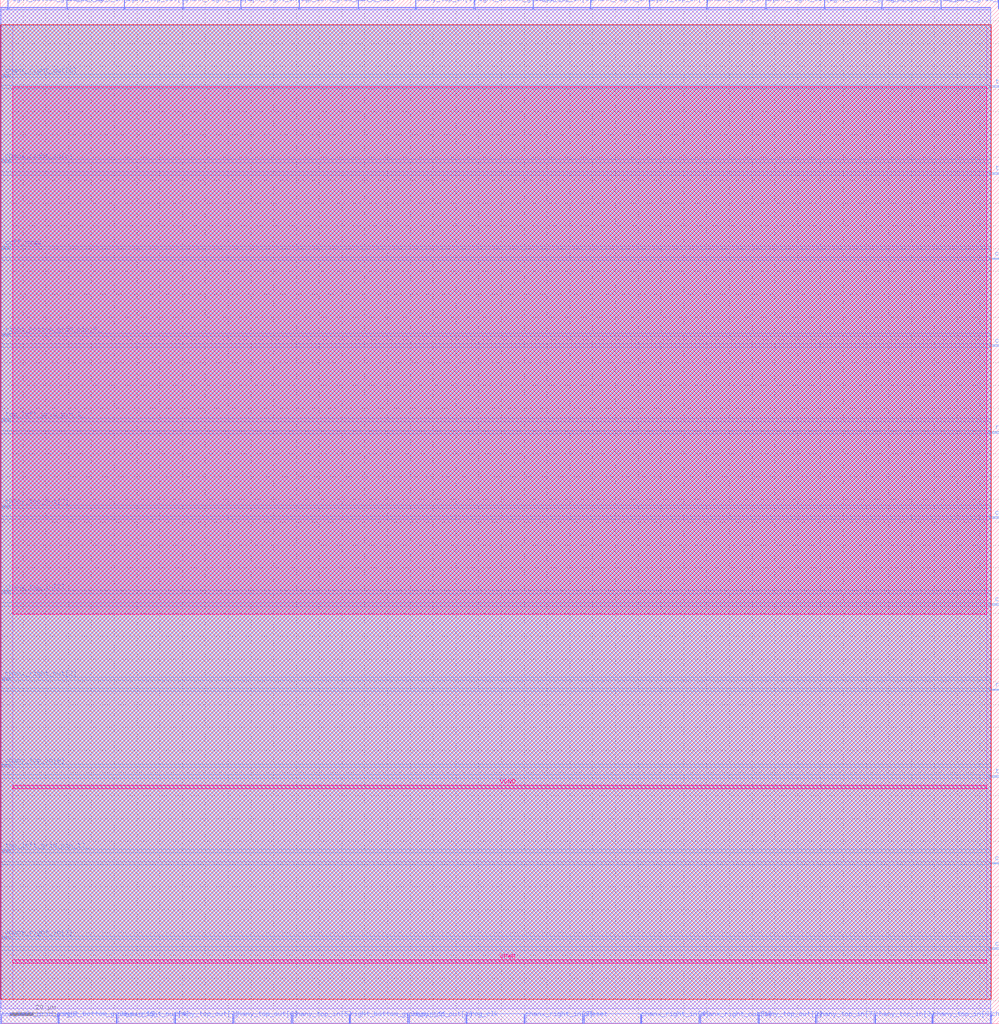
<source format=lef>
VERSION 5.7 ;
  NAMESCASESENSITIVE ON ;
  NOWIREEXTENSIONATPIN ON ;
  DIVIDERCHAR "/" ;
  BUSBITCHARS "[]" ;
UNITS
  DATABASE MICRONS 200 ;
END UNITS

MACRO sb_0__0_
  CLASS BLOCK ;
  FOREIGN sb_0__0_ ;
  ORIGIN 0.000 0.000 ;
  SIZE 438.445 BY 449.165 ;
  PIN ccff_head
    DIRECTION INPUT ;
    PORT
      LAYER met3 ;
        RECT 0.000 340.040 4.000 340.640 ;
    END
  END ccff_head
  PIN ccff_tail
    DIRECTION OUTPUT TRISTATE ;
    PORT
      LAYER met2 ;
        RECT 156.950 445.165 157.230 449.165 ;
    END
  END ccff_tail
  PIN chanx_right_in[0]
    DIRECTION INPUT ;
    PORT
      LAYER met2 ;
        RECT 105.430 445.165 105.710 449.165 ;
    END
  END chanx_right_in[0]
  PIN chanx_right_in[1]
    DIRECTION INPUT ;
    PORT
      LAYER met2 ;
        RECT 29.070 445.165 29.350 449.165 ;
    END
  END chanx_right_in[1]
  PIN chanx_right_in[2]
    DIRECTION INPUT ;
    PORT
      LAYER met2 ;
        RECT 310.130 445.165 310.410 449.165 ;
    END
  END chanx_right_in[2]
  PIN chanx_right_in[3]
    DIRECTION INPUT ;
    PORT
      LAYER met2 ;
        RECT 230.090 0.000 230.370 4.000 ;
    END
  END chanx_right_in[3]
  PIN chanx_right_in[4]
    DIRECTION INPUT ;
    PORT
      LAYER met2 ;
        RECT 281.150 0.000 281.430 4.000 ;
    END
  END chanx_right_in[4]
  PIN chanx_right_in[5]
    DIRECTION INPUT ;
    PORT
      LAYER met2 ;
        RECT 259.070 445.165 259.350 449.165 ;
    END
  END chanx_right_in[5]
  PIN chanx_right_in[6]
    DIRECTION INPUT ;
    PORT
      LAYER met3 ;
        RECT 0.000 378.120 4.000 378.720 ;
    END
  END chanx_right_in[6]
  PIN chanx_right_in[7]
    DIRECTION INPUT ;
    PORT
      LAYER met3 ;
        RECT 0.000 37.440 4.000 38.040 ;
    END
  END chanx_right_in[7]
  PIN chanx_right_in[8]
    DIRECTION INPUT ;
    PORT
      LAYER met3 ;
        RECT 434.445 183.640 438.445 184.240 ;
    END
  END chanx_right_in[8]
  PIN chanx_right_out[0]
    DIRECTION OUTPUT TRISTATE ;
    PORT
      LAYER met2 ;
        RECT 80.130 445.165 80.410 449.165 ;
    END
  END chanx_right_out[0]
  PIN chanx_right_out[1]
    DIRECTION OUTPUT TRISTATE ;
    PORT
      LAYER met2 ;
        RECT 306.910 0.000 307.190 4.000 ;
    END
  END chanx_right_out[1]
  PIN chanx_right_out[2]
    DIRECTION OUTPUT TRISTATE ;
    PORT
      LAYER met3 ;
        RECT 0.000 151.000 4.000 151.600 ;
    END
  END chanx_right_out[2]
  PIN chanx_right_out[3]
    DIRECTION OUTPUT TRISTATE ;
    PORT
      LAYER met2 ;
        RECT 335.890 445.165 336.170 449.165 ;
    END
  END chanx_right_out[3]
  PIN chanx_right_out[4]
    DIRECTION OUTPUT TRISTATE ;
    PORT
      LAYER met2 ;
        RECT 51.150 0.000 51.430 4.000 ;
    END
  END chanx_right_out[4]
  PIN chanx_right_out[5]
    DIRECTION OUTPUT TRISTATE ;
    PORT
      LAYER met2 ;
        RECT 434.790 0.000 435.070 4.000 ;
    END
  END chanx_right_out[5]
  PIN chanx_right_out[6]
    DIRECTION OUTPUT TRISTATE ;
    PORT
      LAYER met3 ;
        RECT 0.000 415.520 4.000 416.120 ;
    END
  END chanx_right_out[6]
  PIN chanx_right_out[7]
    DIRECTION OUTPUT TRISTATE ;
    PORT
      LAYER met3 ;
        RECT 434.445 70.080 438.445 70.680 ;
    END
  END chanx_right_out[7]
  PIN chanx_right_out[8]
    DIRECTION OUTPUT TRISTATE ;
    PORT
      LAYER met3 ;
        RECT 434.445 297.200 438.445 297.800 ;
    END
  END chanx_right_out[8]
  PIN chany_top_in[0]
    DIRECTION INPUT ;
    PORT
      LAYER met2 ;
        RECT 409.030 0.000 409.310 4.000 ;
    END
  END chany_top_in[0]
  PIN chany_top_in[1]
    DIRECTION INPUT ;
    PORT
      LAYER met2 ;
        RECT 182.250 445.165 182.530 449.165 ;
    END
  END chany_top_in[1]
  PIN chany_top_in[2]
    DIRECTION INPUT ;
    PORT
      LAYER met3 ;
        RECT 0.000 189.080 4.000 189.680 ;
    END
  END chany_top_in[2]
  PIN chany_top_in[3]
    DIRECTION INPUT ;
    PORT
      LAYER met2 ;
        RECT 383.730 0.000 384.010 4.000 ;
    END
  END chany_top_in[3]
  PIN chany_top_in[4]
    DIRECTION INPUT ;
    PORT
      LAYER met2 ;
        RECT 284.830 445.165 285.110 449.165 ;
    END
  END chany_top_in[4]
  PIN chany_top_in[5]
    DIRECTION INPUT ;
    PORT
      LAYER met2 ;
        RECT 127.970 0.000 128.250 4.000 ;
    END
  END chany_top_in[5]
  PIN chany_top_in[6]
    DIRECTION INPUT ;
    PORT
      LAYER met2 ;
        RECT 233.770 445.165 234.050 449.165 ;
    END
  END chany_top_in[6]
  PIN chany_top_in[7]
    DIRECTION INPUT ;
    PORT
      LAYER met2 ;
        RECT 357.970 0.000 358.250 4.000 ;
    END
  END chany_top_in[7]
  PIN chany_top_in[8]
    DIRECTION INPUT ;
    PORT
      LAYER met3 ;
        RECT 0.000 112.920 4.000 113.520 ;
    END
  END chany_top_in[8]
  PIN chany_top_out[0]
    DIRECTION OUTPUT TRISTATE ;
    PORT
      LAYER met2 ;
        RECT 54.370 445.165 54.650 449.165 ;
    END
  END chany_top_out[0]
  PIN chany_top_out[1]
    DIRECTION OUTPUT TRISTATE ;
    PORT
      LAYER met2 ;
        RECT 179.030 0.000 179.310 4.000 ;
    END
  END chany_top_out[1]
  PIN chany_top_out[2]
    DIRECTION OUTPUT TRISTATE ;
    PORT
      LAYER met3 ;
        RECT 434.445 221.720 438.445 222.320 ;
    END
  END chany_top_out[2]
  PIN chany_top_out[3]
    DIRECTION OUTPUT TRISTATE ;
    PORT
      LAYER met3 ;
        RECT 0.000 226.480 4.000 227.080 ;
    END
  END chany_top_out[3]
  PIN chany_top_out[4]
    DIRECTION OUTPUT TRISTATE ;
    PORT
      LAYER met3 ;
        RECT 434.445 335.280 438.445 335.880 ;
    END
  END chany_top_out[4]
  PIN chany_top_out[5]
    DIRECTION OUTPUT TRISTATE ;
    PORT
      LAYER met3 ;
        RECT 434.445 32.680 438.445 33.280 ;
    END
  END chany_top_out[5]
  PIN chany_top_out[6]
    DIRECTION OUTPUT TRISTATE ;
    PORT
      LAYER met2 ;
        RECT 102.210 0.000 102.490 4.000 ;
    END
  END chany_top_out[6]
  PIN chany_top_out[7]
    DIRECTION OUTPUT TRISTATE ;
    PORT
      LAYER met2 ;
        RECT 76.450 0.000 76.730 4.000 ;
    END
  END chany_top_out[7]
  PIN chany_top_out[8]
    DIRECTION OUTPUT TRISTATE ;
    PORT
      LAYER met2 ;
        RECT 332.670 0.000 332.950 4.000 ;
    END
  END chany_top_out[8]
  PIN pReset
    DIRECTION INPUT ;
    PORT
      LAYER met2 ;
        RECT 255.850 0.000 256.130 4.000 ;
    END
  END pReset
  PIN prog_clk
    DIRECTION INPUT ;
    PORT
      LAYER met2 ;
        RECT 204.330 0.000 204.610 4.000 ;
    END
  END prog_clk
  PIN right_bottom_grid_pin_11_
    DIRECTION INPUT ;
    PORT
      LAYER met2 ;
        RECT 153.270 0.000 153.550 4.000 ;
    END
  END right_bottom_grid_pin_11_
  PIN right_bottom_grid_pin_13_
    DIRECTION INPUT ;
    PORT
      LAYER met2 ;
        RECT 3.310 445.165 3.590 449.165 ;
    END
  END right_bottom_grid_pin_13_
  PIN right_bottom_grid_pin_15_
    DIRECTION INPUT ;
    PORT
      LAYER met2 ;
        RECT 25.390 0.000 25.670 4.000 ;
    END
  END right_bottom_grid_pin_15_
  PIN right_bottom_grid_pin_1_
    DIRECTION INPUT ;
    PORT
      LAYER met2 ;
        RECT 361.650 445.165 361.930 449.165 ;
    END
  END right_bottom_grid_pin_1_
  PIN right_bottom_grid_pin_3_
    DIRECTION INPUT ;
    PORT
      LAYER met3 ;
        RECT 434.445 146.240 438.445 146.840 ;
    END
  END right_bottom_grid_pin_3_
  PIN right_bottom_grid_pin_5_
    DIRECTION INPUT ;
    PORT
      LAYER met3 ;
        RECT 0.000 301.960 4.000 302.560 ;
    END
  END right_bottom_grid_pin_5_
  PIN right_bottom_grid_pin_7_
    DIRECTION INPUT ;
    PORT
      LAYER met2 ;
        RECT 208.010 445.165 208.290 449.165 ;
    END
  END right_bottom_grid_pin_7_
  PIN right_bottom_grid_pin_9_
    DIRECTION INPUT ;
    PORT
      LAYER met2 ;
        RECT 386.950 445.165 387.230 449.165 ;
    END
  END right_bottom_grid_pin_9_
  PIN right_top_grid_pin_10_
    DIRECTION INPUT ;
    PORT
      LAYER met3 ;
        RECT 434.445 259.120 438.445 259.720 ;
    END
  END right_top_grid_pin_10_
  PIN top_left_grid_pin_11_
    DIRECTION INPUT ;
    PORT
      LAYER met3 ;
        RECT 434.445 108.160 438.445 108.760 ;
    END
  END top_left_grid_pin_11_
  PIN top_left_grid_pin_13_
    DIRECTION INPUT ;
    PORT
      LAYER met3 ;
        RECT 0.000 75.520 4.000 76.120 ;
    END
  END top_left_grid_pin_13_
  PIN top_left_grid_pin_15_
    DIRECTION INPUT ;
    PORT
      LAYER met2 ;
        RECT 412.710 445.165 412.990 449.165 ;
    END
  END top_left_grid_pin_15_
  PIN top_left_grid_pin_1_
    DIRECTION INPUT ;
    PORT
      LAYER met2 ;
        RECT 438.010 445.165 438.290 449.165 ;
    END
  END top_left_grid_pin_1_
  PIN top_left_grid_pin_3_
    DIRECTION INPUT ;
    PORT
      LAYER met3 ;
        RECT 0.000 264.560 4.000 265.160 ;
    END
  END top_left_grid_pin_3_
  PIN top_left_grid_pin_5_
    DIRECTION INPUT ;
    PORT
      LAYER met2 ;
        RECT 131.190 445.165 131.470 449.165 ;
    END
  END top_left_grid_pin_5_
  PIN top_left_grid_pin_7_
    DIRECTION INPUT ;
    PORT
      LAYER met3 ;
        RECT 434.445 410.760 438.445 411.360 ;
    END
  END top_left_grid_pin_7_
  PIN top_left_grid_pin_9_
    DIRECTION INPUT ;
    PORT
      LAYER met2 ;
        RECT 0.090 0.000 0.370 4.000 ;
    END
  END top_left_grid_pin_9_
  PIN top_right_grid_pin_11_
    DIRECTION INPUT ;
    PORT
      LAYER met3 ;
        RECT 434.445 372.680 438.445 373.280 ;
    END
  END top_right_grid_pin_11_
  PIN VPWR
    DIRECTION INPUT ;
    USE POWER ;
    PORT
      LAYER met5 ;
        RECT 5.520 26.490 432.860 28.090 ;
    END
  END VPWR
  PIN VGND
    DIRECTION INPUT ;
    USE GROUND ;
    PORT
      LAYER met5 ;
        RECT 5.520 103.080 432.860 104.680 ;
    END
  END VGND
  OBS
      LAYER li1 ;
        RECT 5.520 10.795 432.860 438.005 ;
      LAYER met1 ;
        RECT 0.530 6.500 434.630 445.700 ;
      LAYER met2 ;
        RECT 0.090 444.885 3.030 445.810 ;
        RECT 3.870 444.885 28.790 445.810 ;
        RECT 29.630 444.885 54.090 445.810 ;
        RECT 54.930 444.885 79.850 445.810 ;
        RECT 80.690 444.885 105.150 445.810 ;
        RECT 105.990 444.885 130.910 445.810 ;
        RECT 131.750 444.885 156.670 445.810 ;
        RECT 157.510 444.885 181.970 445.810 ;
        RECT 182.810 444.885 207.730 445.810 ;
        RECT 208.570 444.885 233.490 445.810 ;
        RECT 234.330 444.885 258.790 445.810 ;
        RECT 259.630 444.885 284.550 445.810 ;
        RECT 285.390 444.885 309.850 445.810 ;
        RECT 310.690 444.885 335.610 445.810 ;
        RECT 336.450 444.885 361.370 445.810 ;
        RECT 362.210 444.885 386.670 445.810 ;
        RECT 387.510 444.885 412.430 445.810 ;
        RECT 413.270 444.885 434.790 445.810 ;
        RECT 0.090 4.280 434.790 444.885 ;
        RECT 0.650 0.270 25.110 4.280 ;
        RECT 25.950 0.270 50.870 4.280 ;
        RECT 51.710 0.270 76.170 4.280 ;
        RECT 77.010 0.270 101.930 4.280 ;
        RECT 102.770 0.270 127.690 4.280 ;
        RECT 128.530 0.270 152.990 4.280 ;
        RECT 153.830 0.270 178.750 4.280 ;
        RECT 179.590 0.270 204.050 4.280 ;
        RECT 204.890 0.270 229.810 4.280 ;
        RECT 230.650 0.270 255.570 4.280 ;
        RECT 256.410 0.270 280.870 4.280 ;
        RECT 281.710 0.270 306.630 4.280 ;
        RECT 307.470 0.270 332.390 4.280 ;
        RECT 333.230 0.270 357.690 4.280 ;
        RECT 358.530 0.270 383.450 4.280 ;
        RECT 384.290 0.270 408.750 4.280 ;
        RECT 409.590 0.270 434.510 4.280 ;
      LAYER met3 ;
        RECT 0.270 416.520 434.890 438.085 ;
        RECT 4.400 415.120 434.890 416.520 ;
        RECT 0.270 411.760 434.890 415.120 ;
        RECT 0.270 410.360 434.045 411.760 ;
        RECT 0.270 379.120 434.890 410.360 ;
        RECT 4.400 377.720 434.890 379.120 ;
        RECT 0.270 373.680 434.890 377.720 ;
        RECT 0.270 372.280 434.045 373.680 ;
        RECT 0.270 341.040 434.890 372.280 ;
        RECT 4.400 339.640 434.890 341.040 ;
        RECT 0.270 336.280 434.890 339.640 ;
        RECT 0.270 334.880 434.045 336.280 ;
        RECT 0.270 302.960 434.890 334.880 ;
        RECT 4.400 301.560 434.890 302.960 ;
        RECT 0.270 298.200 434.890 301.560 ;
        RECT 0.270 296.800 434.045 298.200 ;
        RECT 0.270 265.560 434.890 296.800 ;
        RECT 4.400 264.160 434.890 265.560 ;
        RECT 0.270 260.120 434.890 264.160 ;
        RECT 0.270 258.720 434.045 260.120 ;
        RECT 0.270 227.480 434.890 258.720 ;
        RECT 4.400 226.080 434.890 227.480 ;
        RECT 0.270 222.720 434.890 226.080 ;
        RECT 0.270 221.320 434.045 222.720 ;
        RECT 0.270 190.080 434.890 221.320 ;
        RECT 4.400 188.680 434.890 190.080 ;
        RECT 0.270 184.640 434.890 188.680 ;
        RECT 0.270 183.240 434.045 184.640 ;
        RECT 0.270 152.000 434.890 183.240 ;
        RECT 4.400 150.600 434.890 152.000 ;
        RECT 0.270 147.240 434.890 150.600 ;
        RECT 0.270 145.840 434.045 147.240 ;
        RECT 0.270 113.920 434.890 145.840 ;
        RECT 4.400 112.520 434.890 113.920 ;
        RECT 0.270 109.160 434.890 112.520 ;
        RECT 0.270 107.760 434.045 109.160 ;
        RECT 0.270 76.520 434.890 107.760 ;
        RECT 4.400 75.120 434.890 76.520 ;
        RECT 0.270 71.080 434.890 75.120 ;
        RECT 0.270 69.680 434.045 71.080 ;
        RECT 0.270 38.440 434.890 69.680 ;
        RECT 4.400 37.040 434.890 38.440 ;
        RECT 0.270 33.680 434.890 37.040 ;
        RECT 0.270 32.280 434.045 33.680 ;
        RECT 0.270 10.715 434.890 32.280 ;
      LAYER met4 ;
        RECT 0.295 10.640 434.865 438.160 ;
      LAYER met5 ;
        RECT 5.520 179.670 432.860 411.040 ;
  END
END sb_0__0_
END LIBRARY


</source>
